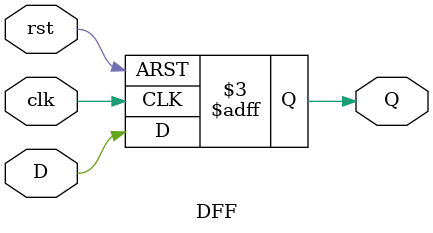
<source format=v>
`timescale 1ns / 1ps


module DFF(
input D,
input clk,
input rst,
output reg Q
    );
    
    always @(posedge(clk), posedge(rst)) begin
    if(rst == 1) begin
        Q <= 1'd0;
       end  else begin
        Q <= D;
    end
    
    end



endmodule

</source>
